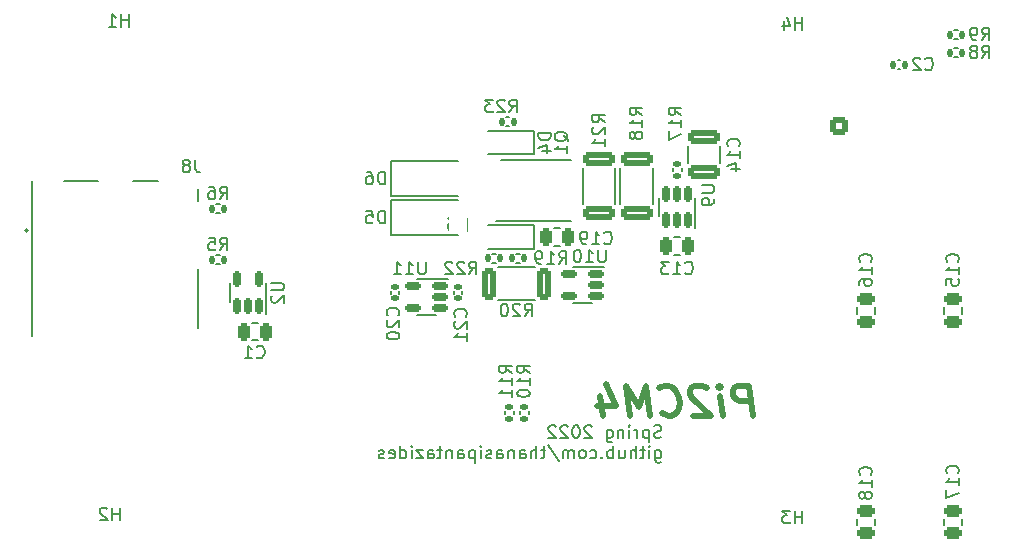
<source format=gbo>
G04 #@! TF.GenerationSoftware,KiCad,Pcbnew,(6.0.2-0)*
G04 #@! TF.CreationDate,2022-04-26T16:32:32-05:00*
G04 #@! TF.ProjectId,Pi2CM4,50693243-4d34-42e6-9b69-6361645f7063,rev?*
G04 #@! TF.SameCoordinates,Original*
G04 #@! TF.FileFunction,Legend,Bot*
G04 #@! TF.FilePolarity,Positive*
%FSLAX46Y46*%
G04 Gerber Fmt 4.6, Leading zero omitted, Abs format (unit mm)*
G04 Created by KiCad (PCBNEW (6.0.2-0)) date 2022-04-26 16:32:32*
%MOMM*%
%LPD*%
G01*
G04 APERTURE LIST*
G04 Aperture macros list*
%AMRoundRect*
0 Rectangle with rounded corners*
0 $1 Rounding radius*
0 $2 $3 $4 $5 $6 $7 $8 $9 X,Y pos of 4 corners*
0 Add a 4 corners polygon primitive as box body*
4,1,4,$2,$3,$4,$5,$6,$7,$8,$9,$2,$3,0*
0 Add four circle primitives for the rounded corners*
1,1,$1+$1,$2,$3*
1,1,$1+$1,$4,$5*
1,1,$1+$1,$6,$7*
1,1,$1+$1,$8,$9*
0 Add four rect primitives between the rounded corners*
20,1,$1+$1,$2,$3,$4,$5,0*
20,1,$1+$1,$4,$5,$6,$7,0*
20,1,$1+$1,$6,$7,$8,$9,0*
20,1,$1+$1,$8,$9,$2,$3,0*%
G04 Aperture macros list end*
%ADD10C,0.177800*%
%ADD11C,0.508000*%
%ADD12RoundRect,0.250000X-0.250000X-0.475000X0.250000X-0.475000X0.250000X0.475000X-0.250000X0.475000X0*%
%ADD13RoundRect,0.250000X-1.075000X0.362500X-1.075000X-0.362500X1.075000X-0.362500X1.075000X0.362500X0*%
%ADD14RoundRect,0.250000X-0.362500X-1.075000X0.362500X-1.075000X0.362500X1.075000X-0.362500X1.075000X0*%
%ADD15RoundRect,0.250000X1.075000X-0.362500X1.075000X0.362500X-1.075000X0.362500X-1.075000X-0.362500X0*%
%ADD16RoundRect,0.150000X0.512500X0.150000X-0.512500X0.150000X-0.512500X-0.150000X0.512500X-0.150000X0*%
%ADD17RoundRect,0.150000X0.150000X-0.512500X0.150000X0.512500X-0.150000X0.512500X-0.150000X-0.512500X0*%
%ADD18O,1.500000X2.550000*%
%ADD19RoundRect,0.140000X-0.170000X0.140000X-0.170000X-0.140000X0.170000X-0.140000X0.170000X0.140000X0*%
%ADD20RoundRect,0.135000X-0.135000X-0.185000X0.135000X-0.185000X0.135000X0.185000X-0.135000X0.185000X0*%
%ADD21C,6.000000*%
%ADD22RoundRect,0.250000X0.475000X-0.250000X0.475000X0.250000X-0.475000X0.250000X-0.475000X-0.250000X0*%
%ADD23R,0.900000X1.200000*%
%ADD24RoundRect,0.135000X0.135000X0.185000X-0.135000X0.185000X-0.135000X-0.185000X0.135000X-0.185000X0*%
%ADD25C,3.200000*%
%ADD26RoundRect,0.250500X0.499500X-0.499500X0.499500X0.499500X-0.499500X0.499500X-0.499500X-0.499500X0*%
%ADD27C,1.500000*%
%ADD28C,2.500000*%
%ADD29C,3.450000*%
%ADD30R,1.700000X1.700000*%
%ADD31O,1.700000X1.700000*%
%ADD32C,6.100000*%
%ADD33RoundRect,0.250000X1.100000X-0.325000X1.100000X0.325000X-1.100000X0.325000X-1.100000X-0.325000X0*%
%ADD34O,1.300000X1.700000*%
%ADD35O,1.000000X1.400000*%
%ADD36RoundRect,0.250000X0.250000X0.475000X-0.250000X0.475000X-0.250000X-0.475000X0.250000X-0.475000X0*%
%ADD37RoundRect,0.135000X0.185000X-0.135000X0.185000X0.135000X-0.185000X0.135000X-0.185000X-0.135000X0*%
%ADD38R,1.500000X2.700000*%
%ADD39RoundRect,0.135000X-0.185000X0.135000X-0.185000X-0.135000X0.185000X-0.135000X0.185000X0.135000X0*%
%ADD40RoundRect,0.140000X-0.140000X-0.170000X0.140000X-0.170000X0.140000X0.170000X-0.140000X0.170000X0*%
%ADD41R,1.270000X0.610000*%
%ADD42R,1.020000X0.610000*%
%ADD43R,3.810000X1.650000*%
%ADD44R,1.100000X0.700000*%
%ADD45R,0.930000X0.900000*%
%ADD46R,0.780000X1.050000*%
%ADD47R,3.330000X0.700000*%
%ADD48R,2.800000X0.860000*%
%ADD49R,1.830000X1.140000*%
G04 APERTURE END LIST*
D10*
X73341230Y-62311026D02*
X73188830Y-62361826D01*
X72934830Y-62361826D01*
X72833230Y-62311026D01*
X72782430Y-62260226D01*
X72731630Y-62158626D01*
X72731630Y-62057026D01*
X72782430Y-61955426D01*
X72833230Y-61904626D01*
X72934830Y-61853826D01*
X73138030Y-61803026D01*
X73239630Y-61752226D01*
X73290430Y-61701426D01*
X73341230Y-61599826D01*
X73341230Y-61498226D01*
X73290430Y-61396626D01*
X73239630Y-61345826D01*
X73138030Y-61295026D01*
X72884030Y-61295026D01*
X72731630Y-61345826D01*
X72274430Y-61650626D02*
X72274430Y-62717426D01*
X72274430Y-61701426D02*
X72172830Y-61650626D01*
X71969630Y-61650626D01*
X71868030Y-61701426D01*
X71817230Y-61752226D01*
X71766430Y-61853826D01*
X71766430Y-62158626D01*
X71817230Y-62260226D01*
X71868030Y-62311026D01*
X71969630Y-62361826D01*
X72172830Y-62361826D01*
X72274430Y-62311026D01*
X71309230Y-62361826D02*
X71309230Y-61650626D01*
X71309230Y-61853826D02*
X71258430Y-61752226D01*
X71207630Y-61701426D01*
X71106030Y-61650626D01*
X71004430Y-61650626D01*
X70648830Y-62361826D02*
X70648830Y-61650626D01*
X70648830Y-61295026D02*
X70699630Y-61345826D01*
X70648830Y-61396626D01*
X70598030Y-61345826D01*
X70648830Y-61295026D01*
X70648830Y-61396626D01*
X70140830Y-61650626D02*
X70140830Y-62361826D01*
X70140830Y-61752226D02*
X70090030Y-61701426D01*
X69988430Y-61650626D01*
X69836030Y-61650626D01*
X69734430Y-61701426D01*
X69683630Y-61803026D01*
X69683630Y-62361826D01*
X68718430Y-61650626D02*
X68718430Y-62514226D01*
X68769230Y-62615826D01*
X68820030Y-62666626D01*
X68921630Y-62717426D01*
X69074030Y-62717426D01*
X69175630Y-62666626D01*
X68718430Y-62311026D02*
X68820030Y-62361826D01*
X69023230Y-62361826D01*
X69124830Y-62311026D01*
X69175630Y-62260226D01*
X69226430Y-62158626D01*
X69226430Y-61853826D01*
X69175630Y-61752226D01*
X69124830Y-61701426D01*
X69023230Y-61650626D01*
X68820030Y-61650626D01*
X68718430Y-61701426D01*
X67448430Y-61396626D02*
X67397630Y-61345826D01*
X67296030Y-61295026D01*
X67042030Y-61295026D01*
X66940430Y-61345826D01*
X66889630Y-61396626D01*
X66838830Y-61498226D01*
X66838830Y-61599826D01*
X66889630Y-61752226D01*
X67499230Y-62361826D01*
X66838830Y-62361826D01*
X66178430Y-61295026D02*
X66076830Y-61295026D01*
X65975230Y-61345826D01*
X65924430Y-61396626D01*
X65873630Y-61498226D01*
X65822830Y-61701426D01*
X65822830Y-61955426D01*
X65873630Y-62158626D01*
X65924430Y-62260226D01*
X65975230Y-62311026D01*
X66076830Y-62361826D01*
X66178430Y-62361826D01*
X66280030Y-62311026D01*
X66330830Y-62260226D01*
X66381630Y-62158626D01*
X66432430Y-61955426D01*
X66432430Y-61701426D01*
X66381630Y-61498226D01*
X66330830Y-61396626D01*
X66280030Y-61345826D01*
X66178430Y-61295026D01*
X65416430Y-61396626D02*
X65365630Y-61345826D01*
X65264030Y-61295026D01*
X65010030Y-61295026D01*
X64908430Y-61345826D01*
X64857630Y-61396626D01*
X64806830Y-61498226D01*
X64806830Y-61599826D01*
X64857630Y-61752226D01*
X65467230Y-62361826D01*
X64806830Y-62361826D01*
X64400430Y-61396626D02*
X64349630Y-61345826D01*
X64248030Y-61295026D01*
X63994030Y-61295026D01*
X63892430Y-61345826D01*
X63841630Y-61396626D01*
X63790830Y-61498226D01*
X63790830Y-61599826D01*
X63841630Y-61752226D01*
X64451230Y-62361826D01*
X63790830Y-62361826D01*
X72833230Y-63368174D02*
X72833230Y-64231774D01*
X72884030Y-64333374D01*
X72934830Y-64384174D01*
X73036430Y-64434974D01*
X73188830Y-64434974D01*
X73290430Y-64384174D01*
X72833230Y-64028574D02*
X72934830Y-64079374D01*
X73138030Y-64079374D01*
X73239630Y-64028574D01*
X73290430Y-63977774D01*
X73341230Y-63876174D01*
X73341230Y-63571374D01*
X73290430Y-63469774D01*
X73239630Y-63418974D01*
X73138030Y-63368174D01*
X72934830Y-63368174D01*
X72833230Y-63418974D01*
X72325230Y-64079374D02*
X72325230Y-63368174D01*
X72325230Y-63012574D02*
X72376030Y-63063374D01*
X72325230Y-63114174D01*
X72274430Y-63063374D01*
X72325230Y-63012574D01*
X72325230Y-63114174D01*
X71969630Y-63368174D02*
X71563230Y-63368174D01*
X71817230Y-63012574D02*
X71817230Y-63926974D01*
X71766430Y-64028574D01*
X71664830Y-64079374D01*
X71563230Y-64079374D01*
X71207630Y-64079374D02*
X71207630Y-63012574D01*
X70750430Y-64079374D02*
X70750430Y-63520574D01*
X70801230Y-63418974D01*
X70902830Y-63368174D01*
X71055230Y-63368174D01*
X71156830Y-63418974D01*
X71207630Y-63469774D01*
X69785230Y-63368174D02*
X69785230Y-64079374D01*
X70242430Y-63368174D02*
X70242430Y-63926974D01*
X70191630Y-64028574D01*
X70090030Y-64079374D01*
X69937630Y-64079374D01*
X69836030Y-64028574D01*
X69785230Y-63977774D01*
X69277230Y-64079374D02*
X69277230Y-63012574D01*
X69277230Y-63418974D02*
X69175630Y-63368174D01*
X68972430Y-63368174D01*
X68870830Y-63418974D01*
X68820030Y-63469774D01*
X68769230Y-63571374D01*
X68769230Y-63876174D01*
X68820030Y-63977774D01*
X68870830Y-64028574D01*
X68972430Y-64079374D01*
X69175630Y-64079374D01*
X69277230Y-64028574D01*
X68312030Y-63977774D02*
X68261230Y-64028574D01*
X68312030Y-64079374D01*
X68362830Y-64028574D01*
X68312030Y-63977774D01*
X68312030Y-64079374D01*
X67346830Y-64028574D02*
X67448430Y-64079374D01*
X67651630Y-64079374D01*
X67753230Y-64028574D01*
X67804030Y-63977774D01*
X67854830Y-63876174D01*
X67854830Y-63571374D01*
X67804030Y-63469774D01*
X67753230Y-63418974D01*
X67651630Y-63368174D01*
X67448430Y-63368174D01*
X67346830Y-63418974D01*
X66737230Y-64079374D02*
X66838830Y-64028574D01*
X66889630Y-63977774D01*
X66940430Y-63876174D01*
X66940430Y-63571374D01*
X66889630Y-63469774D01*
X66838830Y-63418974D01*
X66737230Y-63368174D01*
X66584830Y-63368174D01*
X66483230Y-63418974D01*
X66432430Y-63469774D01*
X66381630Y-63571374D01*
X66381630Y-63876174D01*
X66432430Y-63977774D01*
X66483230Y-64028574D01*
X66584830Y-64079374D01*
X66737230Y-64079374D01*
X65924430Y-64079374D02*
X65924430Y-63368174D01*
X65924430Y-63469774D02*
X65873630Y-63418974D01*
X65772030Y-63368174D01*
X65619630Y-63368174D01*
X65518030Y-63418974D01*
X65467230Y-63520574D01*
X65467230Y-64079374D01*
X65467230Y-63520574D02*
X65416430Y-63418974D01*
X65314830Y-63368174D01*
X65162430Y-63368174D01*
X65060830Y-63418974D01*
X65010030Y-63520574D01*
X65010030Y-64079374D01*
X63740030Y-62961774D02*
X64654430Y-64333374D01*
X63536830Y-63368174D02*
X63130430Y-63368174D01*
X63384430Y-63012574D02*
X63384430Y-63926974D01*
X63333630Y-64028574D01*
X63232030Y-64079374D01*
X63130430Y-64079374D01*
X62774830Y-64079374D02*
X62774830Y-63012574D01*
X62317630Y-64079374D02*
X62317630Y-63520574D01*
X62368430Y-63418974D01*
X62470030Y-63368174D01*
X62622430Y-63368174D01*
X62724030Y-63418974D01*
X62774830Y-63469774D01*
X61352430Y-64079374D02*
X61352430Y-63520574D01*
X61403230Y-63418974D01*
X61504830Y-63368174D01*
X61708030Y-63368174D01*
X61809630Y-63418974D01*
X61352430Y-64028574D02*
X61454030Y-64079374D01*
X61708030Y-64079374D01*
X61809630Y-64028574D01*
X61860430Y-63926974D01*
X61860430Y-63825374D01*
X61809630Y-63723774D01*
X61708030Y-63672974D01*
X61454030Y-63672974D01*
X61352430Y-63622174D01*
X60844430Y-63368174D02*
X60844430Y-64079374D01*
X60844430Y-63469774D02*
X60793630Y-63418974D01*
X60692030Y-63368174D01*
X60539630Y-63368174D01*
X60438030Y-63418974D01*
X60387230Y-63520574D01*
X60387230Y-64079374D01*
X59422030Y-64079374D02*
X59422030Y-63520574D01*
X59472830Y-63418974D01*
X59574430Y-63368174D01*
X59777630Y-63368174D01*
X59879230Y-63418974D01*
X59422030Y-64028574D02*
X59523630Y-64079374D01*
X59777630Y-64079374D01*
X59879230Y-64028574D01*
X59930030Y-63926974D01*
X59930030Y-63825374D01*
X59879230Y-63723774D01*
X59777630Y-63672974D01*
X59523630Y-63672974D01*
X59422030Y-63622174D01*
X58964830Y-64028574D02*
X58863230Y-64079374D01*
X58660030Y-64079374D01*
X58558430Y-64028574D01*
X58507630Y-63926974D01*
X58507630Y-63876174D01*
X58558430Y-63774574D01*
X58660030Y-63723774D01*
X58812430Y-63723774D01*
X58914030Y-63672974D01*
X58964830Y-63571374D01*
X58964830Y-63520574D01*
X58914030Y-63418974D01*
X58812430Y-63368174D01*
X58660030Y-63368174D01*
X58558430Y-63418974D01*
X58050430Y-64079374D02*
X58050430Y-63368174D01*
X58050430Y-63012574D02*
X58101230Y-63063374D01*
X58050430Y-63114174D01*
X57999630Y-63063374D01*
X58050430Y-63012574D01*
X58050430Y-63114174D01*
X57542430Y-63368174D02*
X57542430Y-64434974D01*
X57542430Y-63418974D02*
X57440830Y-63368174D01*
X57237630Y-63368174D01*
X57136030Y-63418974D01*
X57085230Y-63469774D01*
X57034430Y-63571374D01*
X57034430Y-63876174D01*
X57085230Y-63977774D01*
X57136030Y-64028574D01*
X57237630Y-64079374D01*
X57440830Y-64079374D01*
X57542430Y-64028574D01*
X56120030Y-64079374D02*
X56120030Y-63520574D01*
X56170830Y-63418974D01*
X56272430Y-63368174D01*
X56475630Y-63368174D01*
X56577230Y-63418974D01*
X56120030Y-64028574D02*
X56221630Y-64079374D01*
X56475630Y-64079374D01*
X56577230Y-64028574D01*
X56628030Y-63926974D01*
X56628030Y-63825374D01*
X56577230Y-63723774D01*
X56475630Y-63672974D01*
X56221630Y-63672974D01*
X56120030Y-63622174D01*
X55612030Y-63368174D02*
X55612030Y-64079374D01*
X55612030Y-63469774D02*
X55561230Y-63418974D01*
X55459630Y-63368174D01*
X55307230Y-63368174D01*
X55205630Y-63418974D01*
X55154830Y-63520574D01*
X55154830Y-64079374D01*
X54799230Y-63368174D02*
X54392830Y-63368174D01*
X54646830Y-63012574D02*
X54646830Y-63926974D01*
X54596030Y-64028574D01*
X54494430Y-64079374D01*
X54392830Y-64079374D01*
X53580030Y-64079374D02*
X53580030Y-63520574D01*
X53630830Y-63418974D01*
X53732430Y-63368174D01*
X53935630Y-63368174D01*
X54037230Y-63418974D01*
X53580030Y-64028574D02*
X53681630Y-64079374D01*
X53935630Y-64079374D01*
X54037230Y-64028574D01*
X54088030Y-63926974D01*
X54088030Y-63825374D01*
X54037230Y-63723774D01*
X53935630Y-63672974D01*
X53681630Y-63672974D01*
X53580030Y-63622174D01*
X53173630Y-63368174D02*
X52614830Y-63368174D01*
X53173630Y-64079374D01*
X52614830Y-64079374D01*
X52208430Y-64079374D02*
X52208430Y-63368174D01*
X52208430Y-63012574D02*
X52259230Y-63063374D01*
X52208430Y-63114174D01*
X52157630Y-63063374D01*
X52208430Y-63012574D01*
X52208430Y-63114174D01*
X51243230Y-64079374D02*
X51243230Y-63012574D01*
X51243230Y-64028574D02*
X51344830Y-64079374D01*
X51548030Y-64079374D01*
X51649630Y-64028574D01*
X51700430Y-63977774D01*
X51751230Y-63876174D01*
X51751230Y-63571374D01*
X51700430Y-63469774D01*
X51649630Y-63418974D01*
X51548030Y-63368174D01*
X51344830Y-63368174D01*
X51243230Y-63418974D01*
X50328830Y-64028574D02*
X50430430Y-64079374D01*
X50633630Y-64079374D01*
X50735230Y-64028574D01*
X50786030Y-63926974D01*
X50786030Y-63520574D01*
X50735230Y-63418974D01*
X50633630Y-63368174D01*
X50430430Y-63368174D01*
X50328830Y-63418974D01*
X50278030Y-63520574D01*
X50278030Y-63622174D01*
X50786030Y-63723774D01*
X49871630Y-64028574D02*
X49770030Y-64079374D01*
X49566830Y-64079374D01*
X49465230Y-64028574D01*
X49414430Y-63926974D01*
X49414430Y-63876174D01*
X49465230Y-63774574D01*
X49566830Y-63723774D01*
X49719230Y-63723774D01*
X49820830Y-63672974D01*
X49871630Y-63571374D01*
X49871630Y-63520574D01*
X49820830Y-63418974D01*
X49719230Y-63368174D01*
X49566830Y-63368174D01*
X49465230Y-63418974D01*
D11*
X81091919Y-60458047D02*
X80774419Y-57918047D01*
X79806800Y-57918047D01*
X79580014Y-58039000D01*
X79474180Y-58159952D01*
X79383466Y-58401857D01*
X79428823Y-58764714D01*
X79580014Y-59006619D01*
X79716085Y-59127571D01*
X79973109Y-59248523D01*
X80940728Y-59248523D01*
X78551919Y-60458047D02*
X78340252Y-58764714D01*
X78234419Y-57918047D02*
X78370490Y-58039000D01*
X78264657Y-58159952D01*
X78128585Y-58039000D01*
X78234419Y-57918047D01*
X78264657Y-58159952D01*
X77176085Y-58159952D02*
X77040014Y-58039000D01*
X76782990Y-57918047D01*
X76178228Y-57918047D01*
X75951442Y-58039000D01*
X75845609Y-58159952D01*
X75754895Y-58401857D01*
X75785133Y-58643761D01*
X75951442Y-59006619D01*
X77584300Y-60458047D01*
X76011919Y-60458047D01*
X73441680Y-60216142D02*
X73577752Y-60337095D01*
X73955728Y-60458047D01*
X74197633Y-60458047D01*
X74545371Y-60337095D01*
X74757038Y-60095190D01*
X74847752Y-59853285D01*
X74908228Y-59369476D01*
X74862871Y-59006619D01*
X74681442Y-58522809D01*
X74530252Y-58280904D01*
X74258109Y-58039000D01*
X73880133Y-57918047D01*
X73638228Y-57918047D01*
X73290490Y-58039000D01*
X73184657Y-58159952D01*
X72383347Y-60458047D02*
X72065847Y-57918047D01*
X71445966Y-59732333D01*
X70372514Y-57918047D01*
X70690014Y-60458047D01*
X68180252Y-58764714D02*
X68391919Y-60458047D01*
X68664061Y-57797095D02*
X69495609Y-59611380D01*
X67923228Y-59611380D01*
D10*
X68503800Y-45847000D02*
X68554600Y-45897800D01*
X68707000Y-45948600D01*
X68808600Y-45948600D01*
X68961000Y-45897800D01*
X69062600Y-45796200D01*
X69113400Y-45694600D01*
X69164200Y-45491400D01*
X69164200Y-45339000D01*
X69113400Y-45135800D01*
X69062600Y-45034200D01*
X68961000Y-44932600D01*
X68808600Y-44881800D01*
X68707000Y-44881800D01*
X68554600Y-44932600D01*
X68503800Y-44983400D01*
X67487800Y-45948600D02*
X68097400Y-45948600D01*
X67792600Y-45948600D02*
X67792600Y-44881800D01*
X67894200Y-45034200D01*
X67995800Y-45135800D01*
X68097400Y-45186600D01*
X66979800Y-45948600D02*
X66776600Y-45948600D01*
X66675000Y-45897800D01*
X66624200Y-45847000D01*
X66522600Y-45694600D01*
X66471800Y-45491400D01*
X66471800Y-45085000D01*
X66522600Y-44983400D01*
X66573400Y-44932600D01*
X66675000Y-44881800D01*
X66878200Y-44881800D01*
X66979800Y-44932600D01*
X67030600Y-44983400D01*
X67081400Y-45085000D01*
X67081400Y-45339000D01*
X67030600Y-45440600D01*
X66979800Y-45491400D01*
X66878200Y-45542200D01*
X66675000Y-45542200D01*
X66573400Y-45491400D01*
X66522600Y-45440600D01*
X66471800Y-45339000D01*
X68554600Y-35636200D02*
X68046600Y-35280600D01*
X68554600Y-35026600D02*
X67487800Y-35026600D01*
X67487800Y-35433000D01*
X67538600Y-35534600D01*
X67589400Y-35585400D01*
X67691000Y-35636200D01*
X67843400Y-35636200D01*
X67945000Y-35585400D01*
X67995800Y-35534600D01*
X68046600Y-35433000D01*
X68046600Y-35026600D01*
X67589400Y-36042600D02*
X67538600Y-36093400D01*
X67487800Y-36195000D01*
X67487800Y-36449000D01*
X67538600Y-36550600D01*
X67589400Y-36601400D01*
X67691000Y-36652200D01*
X67792600Y-36652200D01*
X67945000Y-36601400D01*
X68554600Y-35991800D01*
X68554600Y-36652200D01*
X68554600Y-37668200D02*
X68554600Y-37058600D01*
X68554600Y-37363400D02*
X67487800Y-37363400D01*
X67640200Y-37261800D01*
X67741800Y-37160200D01*
X67792600Y-37058600D01*
X61772800Y-52038600D02*
X62128400Y-51530600D01*
X62382400Y-52038600D02*
X62382400Y-50971800D01*
X61976000Y-50971800D01*
X61874400Y-51022600D01*
X61823600Y-51073400D01*
X61772800Y-51175000D01*
X61772800Y-51327400D01*
X61823600Y-51429000D01*
X61874400Y-51479800D01*
X61976000Y-51530600D01*
X62382400Y-51530600D01*
X61366400Y-51073400D02*
X61315600Y-51022600D01*
X61214000Y-50971800D01*
X60960000Y-50971800D01*
X60858400Y-51022600D01*
X60807600Y-51073400D01*
X60756800Y-51175000D01*
X60756800Y-51276600D01*
X60807600Y-51429000D01*
X61417200Y-52038600D01*
X60756800Y-52038600D01*
X60096400Y-50971800D02*
X59994800Y-50971800D01*
X59893200Y-51022600D01*
X59842400Y-51073400D01*
X59791600Y-51175000D01*
X59740800Y-51378200D01*
X59740800Y-51632200D01*
X59791600Y-51835400D01*
X59842400Y-51937000D01*
X59893200Y-51987800D01*
X59994800Y-52038600D01*
X60096400Y-52038600D01*
X60198000Y-51987800D01*
X60248800Y-51937000D01*
X60299600Y-51835400D01*
X60350400Y-51632200D01*
X60350400Y-51378200D01*
X60299600Y-51175000D01*
X60248800Y-51073400D01*
X60198000Y-51022600D01*
X60096400Y-50971800D01*
X71729600Y-35001200D02*
X71221600Y-34645600D01*
X71729600Y-34391600D02*
X70662800Y-34391600D01*
X70662800Y-34798000D01*
X70713600Y-34899600D01*
X70764400Y-34950400D01*
X70866000Y-35001200D01*
X71018400Y-35001200D01*
X71120000Y-34950400D01*
X71170800Y-34899600D01*
X71221600Y-34798000D01*
X71221600Y-34391600D01*
X71729600Y-36017200D02*
X71729600Y-35407600D01*
X71729600Y-35712400D02*
X70662800Y-35712400D01*
X70815200Y-35610800D01*
X70916800Y-35509200D01*
X70967600Y-35407600D01*
X71120000Y-36626800D02*
X71069200Y-36525200D01*
X71018400Y-36474400D01*
X70916800Y-36423600D01*
X70866000Y-36423600D01*
X70764400Y-36474400D01*
X70713600Y-36525200D01*
X70662800Y-36626800D01*
X70662800Y-36830000D01*
X70713600Y-36931600D01*
X70764400Y-36982400D01*
X70866000Y-37033200D01*
X70916800Y-37033200D01*
X71018400Y-36982400D01*
X71069200Y-36931600D01*
X71120000Y-36830000D01*
X71120000Y-36626800D01*
X71170800Y-36525200D01*
X71221600Y-36474400D01*
X71323200Y-36423600D01*
X71526400Y-36423600D01*
X71628000Y-36474400D01*
X71678800Y-36525200D01*
X71729600Y-36626800D01*
X71729600Y-36830000D01*
X71678800Y-36931600D01*
X71628000Y-36982400D01*
X71526400Y-37033200D01*
X71323200Y-37033200D01*
X71221600Y-36982400D01*
X71170800Y-36931600D01*
X71120000Y-36830000D01*
X68630800Y-46405800D02*
X68630800Y-47269400D01*
X68580000Y-47371000D01*
X68529200Y-47421800D01*
X68427600Y-47472600D01*
X68224400Y-47472600D01*
X68122800Y-47421800D01*
X68072000Y-47371000D01*
X68021200Y-47269400D01*
X68021200Y-46405800D01*
X66954400Y-47472600D02*
X67564000Y-47472600D01*
X67259200Y-47472600D02*
X67259200Y-46405800D01*
X67360800Y-46558200D01*
X67462400Y-46659800D01*
X67564000Y-46710600D01*
X66294000Y-46405800D02*
X66192400Y-46405800D01*
X66090800Y-46456600D01*
X66040000Y-46507400D01*
X65989200Y-46609000D01*
X65938400Y-46812200D01*
X65938400Y-47066200D01*
X65989200Y-47269400D01*
X66040000Y-47371000D01*
X66090800Y-47421800D01*
X66192400Y-47472600D01*
X66294000Y-47472600D01*
X66395600Y-47421800D01*
X66446400Y-47371000D01*
X66497200Y-47269400D01*
X66548000Y-47066200D01*
X66548000Y-46812200D01*
X66497200Y-46609000D01*
X66446400Y-46507400D01*
X66395600Y-46456600D01*
X66294000Y-46405800D01*
X40309800Y-49225200D02*
X41173400Y-49225200D01*
X41275000Y-49276000D01*
X41325800Y-49326800D01*
X41376600Y-49428400D01*
X41376600Y-49631600D01*
X41325800Y-49733200D01*
X41275000Y-49784000D01*
X41173400Y-49834800D01*
X40309800Y-49834800D01*
X40411400Y-50292000D02*
X40360600Y-50342800D01*
X40309800Y-50444400D01*
X40309800Y-50698400D01*
X40360600Y-50800000D01*
X40411400Y-50850800D01*
X40513000Y-50901600D01*
X40614600Y-50901600D01*
X40767000Y-50850800D01*
X41376600Y-50241200D01*
X41376600Y-50901600D01*
X51054000Y-51968700D02*
X51104800Y-51917900D01*
X51155600Y-51765500D01*
X51155600Y-51663900D01*
X51104800Y-51511500D01*
X51003200Y-51409900D01*
X50901600Y-51359100D01*
X50698400Y-51308300D01*
X50546000Y-51308300D01*
X50342800Y-51359100D01*
X50241200Y-51409900D01*
X50139600Y-51511500D01*
X50088800Y-51663900D01*
X50088800Y-51765500D01*
X50139600Y-51917900D01*
X50190400Y-51968700D01*
X50190400Y-52375100D02*
X50139600Y-52425900D01*
X50088800Y-52527500D01*
X50088800Y-52781500D01*
X50139600Y-52883100D01*
X50190400Y-52933900D01*
X50292000Y-52984700D01*
X50393600Y-52984700D01*
X50546000Y-52933900D01*
X51155600Y-52324300D01*
X51155600Y-52984700D01*
X50088800Y-53645100D02*
X50088800Y-53746700D01*
X50139600Y-53848300D01*
X50190400Y-53899100D01*
X50292000Y-53949900D01*
X50495200Y-54000700D01*
X50749200Y-54000700D01*
X50952400Y-53949900D01*
X51054000Y-53899100D01*
X51104800Y-53848300D01*
X51155600Y-53746700D01*
X51155600Y-53645100D01*
X51104800Y-53543500D01*
X51054000Y-53492700D01*
X50952400Y-53441900D01*
X50749200Y-53391100D01*
X50495200Y-53391100D01*
X50292000Y-53441900D01*
X50190400Y-53492700D01*
X50139600Y-53543500D01*
X50088800Y-53645100D01*
X64693800Y-47599600D02*
X65049400Y-47091600D01*
X65303400Y-47599600D02*
X65303400Y-46532800D01*
X64897000Y-46532800D01*
X64795400Y-46583600D01*
X64744600Y-46634400D01*
X64693800Y-46736000D01*
X64693800Y-46888400D01*
X64744600Y-46990000D01*
X64795400Y-47040800D01*
X64897000Y-47091600D01*
X65303400Y-47091600D01*
X63677800Y-47599600D02*
X64287400Y-47599600D01*
X63982600Y-47599600D02*
X63982600Y-46532800D01*
X64084200Y-46685200D01*
X64185800Y-46786800D01*
X64287400Y-46837600D01*
X63169800Y-47599600D02*
X62966600Y-47599600D01*
X62865000Y-47548800D01*
X62814200Y-47498000D01*
X62712600Y-47345600D01*
X62661800Y-47142400D01*
X62661800Y-46736000D01*
X62712600Y-46634400D01*
X62763400Y-46583600D01*
X62865000Y-46532800D01*
X63068200Y-46532800D01*
X63169800Y-46583600D01*
X63220600Y-46634400D01*
X63271400Y-46736000D01*
X63271400Y-46990000D01*
X63220600Y-47091600D01*
X63169800Y-47142400D01*
X63068200Y-47193200D01*
X62865000Y-47193200D01*
X62763400Y-47142400D01*
X62712600Y-47091600D01*
X62661800Y-46990000D01*
X85267800Y-27787600D02*
X85267800Y-26720800D01*
X85267800Y-27228800D02*
X84658200Y-27228800D01*
X84658200Y-27787600D02*
X84658200Y-26720800D01*
X83693000Y-27076400D02*
X83693000Y-27787600D01*
X83947000Y-26670000D02*
X84201000Y-27432000D01*
X83540600Y-27432000D01*
X91059000Y-65472730D02*
X91109800Y-65421930D01*
X91160600Y-65269530D01*
X91160600Y-65167930D01*
X91109800Y-65015530D01*
X91008200Y-64913930D01*
X90906600Y-64863130D01*
X90703400Y-64812330D01*
X90551000Y-64812330D01*
X90347800Y-64863130D01*
X90246200Y-64913930D01*
X90144600Y-65015530D01*
X90093800Y-65167930D01*
X90093800Y-65269530D01*
X90144600Y-65421930D01*
X90195400Y-65472730D01*
X91160600Y-66488730D02*
X91160600Y-65879130D01*
X91160600Y-66183930D02*
X90093800Y-66183930D01*
X90246200Y-66082330D01*
X90347800Y-65980730D01*
X90398600Y-65879130D01*
X90551000Y-67098330D02*
X90500200Y-66996730D01*
X90449400Y-66945930D01*
X90347800Y-66895130D01*
X90297000Y-66895130D01*
X90195400Y-66945930D01*
X90144600Y-66996730D01*
X90093800Y-67098330D01*
X90093800Y-67301530D01*
X90144600Y-67403130D01*
X90195400Y-67453930D01*
X90297000Y-67504730D01*
X90347800Y-67504730D01*
X90449400Y-67453930D01*
X90500200Y-67403130D01*
X90551000Y-67301530D01*
X90551000Y-67098330D01*
X90601800Y-66996730D01*
X90652600Y-66945930D01*
X90754200Y-66895130D01*
X90957400Y-66895130D01*
X91059000Y-66945930D01*
X91109800Y-66996730D01*
X91160600Y-67098330D01*
X91160600Y-67301530D01*
X91109800Y-67403130D01*
X91059000Y-67453930D01*
X90957400Y-67504730D01*
X90754200Y-67504730D01*
X90652600Y-67453930D01*
X90601800Y-67403130D01*
X90551000Y-67301530D01*
X63982600Y-36550600D02*
X62915800Y-36550600D01*
X62915800Y-36804600D01*
X62966600Y-36957000D01*
X63068200Y-37058600D01*
X63169800Y-37109400D01*
X63373000Y-37160200D01*
X63525400Y-37160200D01*
X63728600Y-37109400D01*
X63830200Y-37058600D01*
X63931800Y-36957000D01*
X63982600Y-36804600D01*
X63982600Y-36550600D01*
X63271400Y-38074600D02*
X63982600Y-38074600D01*
X62865000Y-37820600D02*
X63627000Y-37566600D01*
X63627000Y-38227000D01*
X60488830Y-34772600D02*
X60844430Y-34264600D01*
X61098430Y-34772600D02*
X61098430Y-33705800D01*
X60692030Y-33705800D01*
X60590430Y-33756600D01*
X60539630Y-33807400D01*
X60488830Y-33909000D01*
X60488830Y-34061400D01*
X60539630Y-34163000D01*
X60590430Y-34213800D01*
X60692030Y-34264600D01*
X61098430Y-34264600D01*
X60082430Y-33807400D02*
X60031630Y-33756600D01*
X59930030Y-33705800D01*
X59676030Y-33705800D01*
X59574430Y-33756600D01*
X59523630Y-33807400D01*
X59472830Y-33909000D01*
X59472830Y-34010600D01*
X59523630Y-34163000D01*
X60133230Y-34772600D01*
X59472830Y-34772600D01*
X59117230Y-33705800D02*
X58456830Y-33705800D01*
X58812430Y-34112200D01*
X58660030Y-34112200D01*
X58558430Y-34163000D01*
X58507630Y-34213800D01*
X58456830Y-34315400D01*
X58456830Y-34569400D01*
X58507630Y-34671000D01*
X58558430Y-34721800D01*
X58660030Y-34772600D01*
X58964830Y-34772600D01*
X59066430Y-34721800D01*
X59117230Y-34671000D01*
X98425000Y-47438730D02*
X98475800Y-47387930D01*
X98526600Y-47235530D01*
X98526600Y-47133930D01*
X98475800Y-46981530D01*
X98374200Y-46879930D01*
X98272600Y-46829130D01*
X98069400Y-46778330D01*
X97917000Y-46778330D01*
X97713800Y-46829130D01*
X97612200Y-46879930D01*
X97510600Y-46981530D01*
X97459800Y-47133930D01*
X97459800Y-47235530D01*
X97510600Y-47387930D01*
X97561400Y-47438730D01*
X98526600Y-48454730D02*
X98526600Y-47845130D01*
X98526600Y-48149930D02*
X97459800Y-48149930D01*
X97612200Y-48048330D01*
X97713800Y-47946730D01*
X97764600Y-47845130D01*
X97459800Y-49419930D02*
X97459800Y-48911930D01*
X97967800Y-48861130D01*
X97917000Y-48911930D01*
X97866200Y-49013530D01*
X97866200Y-49267530D01*
X97917000Y-49369130D01*
X97967800Y-49419930D01*
X98069400Y-49470730D01*
X98323400Y-49470730D01*
X98425000Y-49419930D01*
X98475800Y-49369130D01*
X98526600Y-49267530D01*
X98526600Y-49013530D01*
X98475800Y-48911930D01*
X98425000Y-48861130D01*
X85267800Y-69570600D02*
X85267800Y-68503800D01*
X85267800Y-69011800D02*
X84658200Y-69011800D01*
X84658200Y-69570600D02*
X84658200Y-68503800D01*
X84251800Y-68503800D02*
X83591400Y-68503800D01*
X83947000Y-68910200D01*
X83794600Y-68910200D01*
X83693000Y-68961000D01*
X83642200Y-69011800D01*
X83591400Y-69113400D01*
X83591400Y-69367400D01*
X83642200Y-69469000D01*
X83693000Y-69519800D01*
X83794600Y-69570600D01*
X84099400Y-69570600D01*
X84201000Y-69519800D01*
X84251800Y-69469000D01*
X27482800Y-69316600D02*
X27482800Y-68249800D01*
X27482800Y-68757800D02*
X26873200Y-68757800D01*
X26873200Y-69316600D02*
X26873200Y-68249800D01*
X26416000Y-68351400D02*
X26365200Y-68300600D01*
X26263600Y-68249800D01*
X26009600Y-68249800D01*
X25908000Y-68300600D01*
X25857200Y-68351400D01*
X25806400Y-68453000D01*
X25806400Y-68554600D01*
X25857200Y-68707000D01*
X26466800Y-69316600D01*
X25806400Y-69316600D01*
X56769000Y-52067700D02*
X56819800Y-52016900D01*
X56870600Y-51864500D01*
X56870600Y-51762900D01*
X56819800Y-51610500D01*
X56718200Y-51508900D01*
X56616600Y-51458100D01*
X56413400Y-51407300D01*
X56261000Y-51407300D01*
X56057800Y-51458100D01*
X55956200Y-51508900D01*
X55854600Y-51610500D01*
X55803800Y-51762900D01*
X55803800Y-51864500D01*
X55854600Y-52016900D01*
X55905400Y-52067700D01*
X55905400Y-52474100D02*
X55854600Y-52524900D01*
X55803800Y-52626500D01*
X55803800Y-52880500D01*
X55854600Y-52982100D01*
X55905400Y-53032900D01*
X56007000Y-53083700D01*
X56108600Y-53083700D01*
X56261000Y-53032900D01*
X56870600Y-52423300D01*
X56870600Y-53083700D01*
X56870600Y-54099700D02*
X56870600Y-53490100D01*
X56870600Y-53794900D02*
X55803800Y-53794900D01*
X55956200Y-53693300D01*
X56057800Y-53591700D01*
X56108600Y-53490100D01*
X91059000Y-47438730D02*
X91109800Y-47387930D01*
X91160600Y-47235530D01*
X91160600Y-47133930D01*
X91109800Y-46981530D01*
X91008200Y-46879930D01*
X90906600Y-46829130D01*
X90703400Y-46778330D01*
X90551000Y-46778330D01*
X90347800Y-46829130D01*
X90246200Y-46879930D01*
X90144600Y-46981530D01*
X90093800Y-47133930D01*
X90093800Y-47235530D01*
X90144600Y-47387930D01*
X90195400Y-47438730D01*
X91160600Y-48454730D02*
X91160600Y-47845130D01*
X91160600Y-48149930D02*
X90093800Y-48149930D01*
X90246200Y-48048330D01*
X90347800Y-47946730D01*
X90398600Y-47845130D01*
X90093800Y-49369130D02*
X90093800Y-49165930D01*
X90144600Y-49064330D01*
X90195400Y-49013530D01*
X90347800Y-48911930D01*
X90551000Y-48861130D01*
X90957400Y-48861130D01*
X91059000Y-48911930D01*
X91109800Y-48962730D01*
X91160600Y-49064330D01*
X91160600Y-49267530D01*
X91109800Y-49369130D01*
X91059000Y-49419930D01*
X90957400Y-49470730D01*
X90703400Y-49470730D01*
X90601800Y-49419930D01*
X90551000Y-49369130D01*
X90500200Y-49267530D01*
X90500200Y-49064330D01*
X90551000Y-48962730D01*
X90601800Y-48911930D01*
X90703400Y-48861130D01*
X79883000Y-37668200D02*
X79933800Y-37617400D01*
X79984600Y-37465000D01*
X79984600Y-37363400D01*
X79933800Y-37211000D01*
X79832200Y-37109400D01*
X79730600Y-37058600D01*
X79527400Y-37007800D01*
X79375000Y-37007800D01*
X79171800Y-37058600D01*
X79070200Y-37109400D01*
X78968600Y-37211000D01*
X78917800Y-37363400D01*
X78917800Y-37465000D01*
X78968600Y-37617400D01*
X79019400Y-37668200D01*
X79984600Y-38684200D02*
X79984600Y-38074600D01*
X79984600Y-38379400D02*
X78917800Y-38379400D01*
X79070200Y-38277800D01*
X79171800Y-38176200D01*
X79222600Y-38074600D01*
X79273400Y-39598600D02*
X79984600Y-39598600D01*
X78867000Y-39344600D02*
X79629000Y-39090600D01*
X79629000Y-39751000D01*
X98425000Y-65345730D02*
X98475800Y-65294930D01*
X98526600Y-65142530D01*
X98526600Y-65040930D01*
X98475800Y-64888530D01*
X98374200Y-64786930D01*
X98272600Y-64736130D01*
X98069400Y-64685330D01*
X97917000Y-64685330D01*
X97713800Y-64736130D01*
X97612200Y-64786930D01*
X97510600Y-64888530D01*
X97459800Y-65040930D01*
X97459800Y-65142530D01*
X97510600Y-65294930D01*
X97561400Y-65345730D01*
X98526600Y-66361730D02*
X98526600Y-65752130D01*
X98526600Y-66056930D02*
X97459800Y-66056930D01*
X97612200Y-65955330D01*
X97713800Y-65853730D01*
X97764600Y-65752130D01*
X97459800Y-66717330D02*
X97459800Y-67428530D01*
X98526600Y-66971330D01*
X28244800Y-27533600D02*
X28244800Y-26466800D01*
X28244800Y-26974800D02*
X27635200Y-26974800D01*
X27635200Y-27533600D02*
X27635200Y-26466800D01*
X26568400Y-27533600D02*
X27178000Y-27533600D01*
X26873200Y-27533600D02*
X26873200Y-26466800D01*
X26974800Y-26619200D01*
X27076400Y-26720800D01*
X27178000Y-26771600D01*
X57073800Y-48488600D02*
X57429400Y-47980600D01*
X57683400Y-48488600D02*
X57683400Y-47421800D01*
X57277000Y-47421800D01*
X57175400Y-47472600D01*
X57124600Y-47523400D01*
X57073800Y-47625000D01*
X57073800Y-47777400D01*
X57124600Y-47879000D01*
X57175400Y-47929800D01*
X57277000Y-47980600D01*
X57683400Y-47980600D01*
X56667400Y-47523400D02*
X56616600Y-47472600D01*
X56515000Y-47421800D01*
X56261000Y-47421800D01*
X56159400Y-47472600D01*
X56108600Y-47523400D01*
X56057800Y-47625000D01*
X56057800Y-47726600D01*
X56108600Y-47879000D01*
X56718200Y-48488600D01*
X56057800Y-48488600D01*
X55651400Y-47523400D02*
X55600600Y-47472600D01*
X55499000Y-47421800D01*
X55245000Y-47421800D01*
X55143400Y-47472600D01*
X55092600Y-47523400D01*
X55041800Y-47625000D01*
X55041800Y-47726600D01*
X55092600Y-47879000D01*
X55702200Y-48488600D01*
X55041800Y-48488600D01*
X56935400Y-44792600D02*
X56935400Y-43725800D01*
X56681400Y-43725800D01*
X56529000Y-43776600D01*
X56427400Y-43878200D01*
X56376600Y-43979800D01*
X56325800Y-44183000D01*
X56325800Y-44335400D01*
X56376600Y-44538600D01*
X56427400Y-44640200D01*
X56529000Y-44741800D01*
X56681400Y-44792600D01*
X56935400Y-44792600D01*
X55970200Y-43725800D02*
X55309800Y-43725800D01*
X55665400Y-44132200D01*
X55513000Y-44132200D01*
X55411400Y-44183000D01*
X55360600Y-44233800D01*
X55309800Y-44335400D01*
X55309800Y-44589400D01*
X55360600Y-44691000D01*
X55411400Y-44741800D01*
X55513000Y-44792600D01*
X55817800Y-44792600D01*
X55919400Y-44741800D01*
X55970200Y-44691000D01*
X75361800Y-48387000D02*
X75412600Y-48437800D01*
X75565000Y-48488600D01*
X75666600Y-48488600D01*
X75819000Y-48437800D01*
X75920600Y-48336200D01*
X75971400Y-48234600D01*
X76022200Y-48031400D01*
X76022200Y-47879000D01*
X75971400Y-47675800D01*
X75920600Y-47574200D01*
X75819000Y-47472600D01*
X75666600Y-47421800D01*
X75565000Y-47421800D01*
X75412600Y-47472600D01*
X75361800Y-47523400D01*
X74345800Y-48488600D02*
X74955400Y-48488600D01*
X74650600Y-48488600D02*
X74650600Y-47421800D01*
X74752200Y-47574200D01*
X74853800Y-47675800D01*
X74955400Y-47726600D01*
X73990200Y-47421800D02*
X73329800Y-47421800D01*
X73685400Y-47828200D01*
X73533000Y-47828200D01*
X73431400Y-47879000D01*
X73380600Y-47929800D01*
X73329800Y-48031400D01*
X73329800Y-48285400D01*
X73380600Y-48387000D01*
X73431400Y-48437800D01*
X73533000Y-48488600D01*
X73837800Y-48488600D01*
X73939400Y-48437800D01*
X73990200Y-48387000D01*
X76758800Y-40970200D02*
X77622400Y-40970200D01*
X77724000Y-41021000D01*
X77774800Y-41071800D01*
X77825600Y-41173400D01*
X77825600Y-41376600D01*
X77774800Y-41478200D01*
X77724000Y-41529000D01*
X77622400Y-41579800D01*
X76758800Y-41579800D01*
X77825600Y-42138600D02*
X77825600Y-42341800D01*
X77774800Y-42443400D01*
X77724000Y-42494200D01*
X77571600Y-42595800D01*
X77368400Y-42646600D01*
X76962000Y-42646600D01*
X76860400Y-42595800D01*
X76809600Y-42545000D01*
X76758800Y-42443400D01*
X76758800Y-42240200D01*
X76809600Y-42138600D01*
X76860400Y-42087800D01*
X76962000Y-42037000D01*
X77216000Y-42037000D01*
X77317600Y-42087800D01*
X77368400Y-42138600D01*
X77419200Y-42240200D01*
X77419200Y-42443400D01*
X77368400Y-42545000D01*
X77317600Y-42595800D01*
X77216000Y-42646600D01*
X75031600Y-35001200D02*
X74523600Y-34645600D01*
X75031600Y-34391600D02*
X73964800Y-34391600D01*
X73964800Y-34798000D01*
X74015600Y-34899600D01*
X74066400Y-34950400D01*
X74168000Y-35001200D01*
X74320400Y-35001200D01*
X74422000Y-34950400D01*
X74472800Y-34899600D01*
X74523600Y-34798000D01*
X74523600Y-34391600D01*
X75031600Y-36017200D02*
X75031600Y-35407600D01*
X75031600Y-35712400D02*
X73964800Y-35712400D01*
X74117200Y-35610800D01*
X74218800Y-35509200D01*
X74269600Y-35407600D01*
X73964800Y-36372800D02*
X73964800Y-37084000D01*
X75031600Y-36626800D01*
X53390800Y-47434800D02*
X53390800Y-48298400D01*
X53340000Y-48400000D01*
X53289200Y-48450800D01*
X53187600Y-48501600D01*
X52984400Y-48501600D01*
X52882800Y-48450800D01*
X52832000Y-48400000D01*
X52781200Y-48298400D01*
X52781200Y-47434800D01*
X51714400Y-48501600D02*
X52324000Y-48501600D01*
X52019200Y-48501600D02*
X52019200Y-47434800D01*
X52120800Y-47587200D01*
X52222400Y-47688800D01*
X52324000Y-47739600D01*
X50698400Y-48501600D02*
X51308000Y-48501600D01*
X51003200Y-48501600D02*
X51003200Y-47434800D01*
X51104800Y-47587200D01*
X51206400Y-47688800D01*
X51308000Y-47739600D01*
X100507800Y-30200600D02*
X100863400Y-29692600D01*
X101117400Y-30200600D02*
X101117400Y-29133800D01*
X100711000Y-29133800D01*
X100609400Y-29184600D01*
X100558600Y-29235400D01*
X100507800Y-29337000D01*
X100507800Y-29489400D01*
X100558600Y-29591000D01*
X100609400Y-29641800D01*
X100711000Y-29692600D01*
X101117400Y-29692600D01*
X99898200Y-29591000D02*
X99999800Y-29540200D01*
X100050600Y-29489400D01*
X100101400Y-29387800D01*
X100101400Y-29337000D01*
X100050600Y-29235400D01*
X99999800Y-29184600D01*
X99898200Y-29133800D01*
X99695000Y-29133800D01*
X99593400Y-29184600D01*
X99542600Y-29235400D01*
X99491800Y-29337000D01*
X99491800Y-29387800D01*
X99542600Y-29489400D01*
X99593400Y-29540200D01*
X99695000Y-29591000D01*
X99898200Y-29591000D01*
X99999800Y-29641800D01*
X100050600Y-29692600D01*
X100101400Y-29794200D01*
X100101400Y-29997400D01*
X100050600Y-30099000D01*
X99999800Y-30149800D01*
X99898200Y-30200600D01*
X99695000Y-30200600D01*
X99593400Y-30149800D01*
X99542600Y-30099000D01*
X99491800Y-29997400D01*
X99491800Y-29794200D01*
X99542600Y-29692600D01*
X99593400Y-29641800D01*
X99695000Y-29591000D01*
X49936400Y-40868600D02*
X49936400Y-39801800D01*
X49682400Y-39801800D01*
X49530000Y-39852600D01*
X49428400Y-39954200D01*
X49377600Y-40055800D01*
X49326800Y-40259000D01*
X49326800Y-40411400D01*
X49377600Y-40614600D01*
X49428400Y-40716200D01*
X49530000Y-40817800D01*
X49682400Y-40868600D01*
X49936400Y-40868600D01*
X48412400Y-39801800D02*
X48615600Y-39801800D01*
X48717200Y-39852600D01*
X48768000Y-39903400D01*
X48869600Y-40055800D01*
X48920400Y-40259000D01*
X48920400Y-40665400D01*
X48869600Y-40767000D01*
X48818800Y-40817800D01*
X48717200Y-40868600D01*
X48514000Y-40868600D01*
X48412400Y-40817800D01*
X48361600Y-40767000D01*
X48310800Y-40665400D01*
X48310800Y-40411400D01*
X48361600Y-40309800D01*
X48412400Y-40259000D01*
X48514000Y-40208200D01*
X48717200Y-40208200D01*
X48818800Y-40259000D01*
X48869600Y-40309800D01*
X48920400Y-40411400D01*
X60680600Y-56845200D02*
X60172600Y-56489600D01*
X60680600Y-56235600D02*
X59613800Y-56235600D01*
X59613800Y-56642000D01*
X59664600Y-56743600D01*
X59715400Y-56794400D01*
X59817000Y-56845200D01*
X59969400Y-56845200D01*
X60071000Y-56794400D01*
X60121800Y-56743600D01*
X60172600Y-56642000D01*
X60172600Y-56235600D01*
X60680600Y-57861200D02*
X60680600Y-57251600D01*
X60680600Y-57556400D02*
X59613800Y-57556400D01*
X59766200Y-57454800D01*
X59867800Y-57353200D01*
X59918600Y-57251600D01*
X60680600Y-58877200D02*
X60680600Y-58267600D01*
X60680600Y-58572400D02*
X59613800Y-58572400D01*
X59766200Y-58470800D01*
X59867800Y-58369200D01*
X59918600Y-58267600D01*
X35991800Y-46456600D02*
X36347400Y-45948600D01*
X36601400Y-46456600D02*
X36601400Y-45389800D01*
X36195000Y-45389800D01*
X36093400Y-45440600D01*
X36042600Y-45491400D01*
X35991800Y-45593000D01*
X35991800Y-45745400D01*
X36042600Y-45847000D01*
X36093400Y-45897800D01*
X36195000Y-45948600D01*
X36601400Y-45948600D01*
X35026600Y-45389800D02*
X35534600Y-45389800D01*
X35585400Y-45897800D01*
X35534600Y-45847000D01*
X35433000Y-45796200D01*
X35179000Y-45796200D01*
X35077400Y-45847000D01*
X35026600Y-45897800D01*
X34975800Y-45999400D01*
X34975800Y-46253400D01*
X35026600Y-46355000D01*
X35077400Y-46405800D01*
X35179000Y-46456600D01*
X35433000Y-46456600D01*
X35534600Y-46405800D01*
X35585400Y-46355000D01*
X39105800Y-55499000D02*
X39156600Y-55549800D01*
X39309000Y-55600600D01*
X39410600Y-55600600D01*
X39563000Y-55549800D01*
X39664600Y-55448200D01*
X39715400Y-55346600D01*
X39766200Y-55143400D01*
X39766200Y-54991000D01*
X39715400Y-54787800D01*
X39664600Y-54686200D01*
X39563000Y-54584600D01*
X39410600Y-54533800D01*
X39309000Y-54533800D01*
X39156600Y-54584600D01*
X39105800Y-54635400D01*
X38089800Y-55600600D02*
X38699400Y-55600600D01*
X38394600Y-55600600D02*
X38394600Y-54533800D01*
X38496200Y-54686200D01*
X38597800Y-54787800D01*
X38699400Y-54838600D01*
X49936400Y-44170600D02*
X49936400Y-43103800D01*
X49682400Y-43103800D01*
X49530000Y-43154600D01*
X49428400Y-43256200D01*
X49377600Y-43357800D01*
X49326800Y-43561000D01*
X49326800Y-43713400D01*
X49377600Y-43916600D01*
X49428400Y-44018200D01*
X49530000Y-44119800D01*
X49682400Y-44170600D01*
X49936400Y-44170600D01*
X48361600Y-43103800D02*
X48869600Y-43103800D01*
X48920400Y-43611800D01*
X48869600Y-43561000D01*
X48768000Y-43510200D01*
X48514000Y-43510200D01*
X48412400Y-43561000D01*
X48361600Y-43611800D01*
X48310800Y-43713400D01*
X48310800Y-43967400D01*
X48361600Y-44069000D01*
X48412400Y-44119800D01*
X48514000Y-44170600D01*
X48768000Y-44170600D01*
X48869600Y-44119800D01*
X48920400Y-44069000D01*
X95681800Y-31115000D02*
X95732600Y-31165800D01*
X95885000Y-31216600D01*
X95986600Y-31216600D01*
X96139000Y-31165800D01*
X96240600Y-31064200D01*
X96291400Y-30962600D01*
X96342200Y-30759400D01*
X96342200Y-30607000D01*
X96291400Y-30403800D01*
X96240600Y-30302200D01*
X96139000Y-30200600D01*
X95986600Y-30149800D01*
X95885000Y-30149800D01*
X95732600Y-30200600D01*
X95681800Y-30251400D01*
X95275400Y-30251400D02*
X95224600Y-30200600D01*
X95123000Y-30149800D01*
X94869000Y-30149800D01*
X94767400Y-30200600D01*
X94716600Y-30251400D01*
X94665800Y-30353000D01*
X94665800Y-30454600D01*
X94716600Y-30607000D01*
X95326200Y-31216600D01*
X94665800Y-31216600D01*
X65481200Y-37236400D02*
X65430400Y-37134800D01*
X65328800Y-37033200D01*
X65176400Y-36880800D01*
X65125600Y-36779200D01*
X65125600Y-36677600D01*
X65379600Y-36728400D02*
X65328800Y-36626800D01*
X65227200Y-36525200D01*
X65024000Y-36474400D01*
X64668400Y-36474400D01*
X64465200Y-36525200D01*
X64363600Y-36626800D01*
X64312800Y-36728400D01*
X64312800Y-36931600D01*
X64363600Y-37033200D01*
X64465200Y-37134800D01*
X64668400Y-37185600D01*
X65024000Y-37185600D01*
X65227200Y-37134800D01*
X65328800Y-37033200D01*
X65379600Y-36931600D01*
X65379600Y-36728400D01*
X65379600Y-38201600D02*
X65379600Y-37592000D01*
X65379600Y-37896800D02*
X64312800Y-37896800D01*
X64465200Y-37795200D01*
X64566800Y-37693600D01*
X64617600Y-37592000D01*
X35991800Y-42138600D02*
X36347400Y-41630600D01*
X36601400Y-42138600D02*
X36601400Y-41071800D01*
X36195000Y-41071800D01*
X36093400Y-41122600D01*
X36042600Y-41173400D01*
X35991800Y-41275000D01*
X35991800Y-41427400D01*
X36042600Y-41529000D01*
X36093400Y-41579800D01*
X36195000Y-41630600D01*
X36601400Y-41630600D01*
X35077400Y-41071800D02*
X35280600Y-41071800D01*
X35382200Y-41122600D01*
X35433000Y-41173400D01*
X35534600Y-41325800D01*
X35585400Y-41529000D01*
X35585400Y-41935400D01*
X35534600Y-42037000D01*
X35483800Y-42087800D01*
X35382200Y-42138600D01*
X35179000Y-42138600D01*
X35077400Y-42087800D01*
X35026600Y-42037000D01*
X34975800Y-41935400D01*
X34975800Y-41681400D01*
X35026600Y-41579800D01*
X35077400Y-41529000D01*
X35179000Y-41478200D01*
X35382200Y-41478200D01*
X35483800Y-41529000D01*
X35534600Y-41579800D01*
X35585400Y-41681400D01*
X33883600Y-38785800D02*
X33883600Y-39547800D01*
X33934400Y-39700200D01*
X34036000Y-39801800D01*
X34188400Y-39852600D01*
X34290000Y-39852600D01*
X33223200Y-39243000D02*
X33324800Y-39192200D01*
X33375600Y-39141400D01*
X33426400Y-39039800D01*
X33426400Y-38989000D01*
X33375600Y-38887400D01*
X33324800Y-38836600D01*
X33223200Y-38785800D01*
X33020000Y-38785800D01*
X32918400Y-38836600D01*
X32867600Y-38887400D01*
X32816800Y-38989000D01*
X32816800Y-39039800D01*
X32867600Y-39141400D01*
X32918400Y-39192200D01*
X33020000Y-39243000D01*
X33223200Y-39243000D01*
X33324800Y-39293800D01*
X33375600Y-39344600D01*
X33426400Y-39446200D01*
X33426400Y-39649400D01*
X33375600Y-39751000D01*
X33324800Y-39801800D01*
X33223200Y-39852600D01*
X33020000Y-39852600D01*
X32918400Y-39801800D01*
X32867600Y-39751000D01*
X32816800Y-39649400D01*
X32816800Y-39446200D01*
X32867600Y-39344600D01*
X32918400Y-39293800D01*
X33020000Y-39243000D01*
X100507800Y-28676600D02*
X100863400Y-28168600D01*
X101117400Y-28676600D02*
X101117400Y-27609800D01*
X100711000Y-27609800D01*
X100609400Y-27660600D01*
X100558600Y-27711400D01*
X100507800Y-27813000D01*
X100507800Y-27965400D01*
X100558600Y-28067000D01*
X100609400Y-28117800D01*
X100711000Y-28168600D01*
X101117400Y-28168600D01*
X99999800Y-28676600D02*
X99796600Y-28676600D01*
X99695000Y-28625800D01*
X99644200Y-28575000D01*
X99542600Y-28422600D01*
X99491800Y-28219400D01*
X99491800Y-27813000D01*
X99542600Y-27711400D01*
X99593400Y-27660600D01*
X99695000Y-27609800D01*
X99898200Y-27609800D01*
X99999800Y-27660600D01*
X100050600Y-27711400D01*
X100101400Y-27813000D01*
X100101400Y-28067000D01*
X100050600Y-28168600D01*
X99999800Y-28219400D01*
X99898200Y-28270200D01*
X99695000Y-28270200D01*
X99593400Y-28219400D01*
X99542600Y-28168600D01*
X99491800Y-28067000D01*
X62204600Y-56845200D02*
X61696600Y-56489600D01*
X62204600Y-56235600D02*
X61137800Y-56235600D01*
X61137800Y-56642000D01*
X61188600Y-56743600D01*
X61239400Y-56794400D01*
X61341000Y-56845200D01*
X61493400Y-56845200D01*
X61595000Y-56794400D01*
X61645800Y-56743600D01*
X61696600Y-56642000D01*
X61696600Y-56235600D01*
X62204600Y-57861200D02*
X62204600Y-57251600D01*
X62204600Y-57556400D02*
X61137800Y-57556400D01*
X61290200Y-57454800D01*
X61391800Y-57353200D01*
X61442600Y-57251600D01*
X61137800Y-58521600D02*
X61137800Y-58623200D01*
X61188600Y-58724800D01*
X61239400Y-58775600D01*
X61341000Y-58826400D01*
X61544200Y-58877200D01*
X61798200Y-58877200D01*
X62001400Y-58826400D01*
X62103000Y-58775600D01*
X62153800Y-58724800D01*
X62204600Y-58623200D01*
X62204600Y-58521600D01*
X62153800Y-58420000D01*
X62103000Y-58369200D01*
X62001400Y-58318400D01*
X61798200Y-58267600D01*
X61544200Y-58267600D01*
X61341000Y-58318400D01*
X61239400Y-58369200D01*
X61188600Y-58420000D01*
X61137800Y-58521600D01*
X64255748Y-44604000D02*
X64778252Y-44604000D01*
X64255748Y-46074000D02*
X64778252Y-46074000D01*
X69432000Y-39493936D02*
X69432000Y-42548064D01*
X66712000Y-39493936D02*
X66712000Y-42548064D01*
X59559936Y-47916000D02*
X62614064Y-47916000D01*
X59559936Y-50636000D02*
X62614064Y-50636000D01*
X72607000Y-42548064D02*
X72607000Y-39493936D01*
X69887000Y-42548064D02*
X69887000Y-39493936D01*
X66675000Y-47843000D02*
X68475000Y-47843000D01*
X66675000Y-47843000D02*
X65875000Y-47843000D01*
X66675000Y-50963000D02*
X67475000Y-50963000D01*
X66675000Y-50963000D02*
X65875000Y-50963000D01*
X36794000Y-50038000D02*
X36794000Y-50838000D01*
X39914000Y-50038000D02*
X39914000Y-51838000D01*
X39914000Y-50038000D02*
X39914000Y-49238000D01*
X36794000Y-50038000D02*
X36794000Y-49238000D01*
X50440000Y-49930164D02*
X50440000Y-50145836D01*
X51160000Y-49930164D02*
X51160000Y-50145836D01*
X61060359Y-47497000D02*
X61367641Y-47497000D01*
X61060359Y-46737000D02*
X61367641Y-46737000D01*
X89943000Y-69730252D02*
X89943000Y-69207748D01*
X91413000Y-69730252D02*
X91413000Y-69207748D01*
X62576000Y-38338000D02*
X58676000Y-38338000D01*
X62576000Y-36338000D02*
X58676000Y-36338000D01*
X62576000Y-36338000D02*
X62576000Y-38338000D01*
X60479641Y-35940000D02*
X60172359Y-35940000D01*
X60479641Y-35180000D02*
X60172359Y-35180000D01*
X97309000Y-51823252D02*
X97309000Y-51300748D01*
X98779000Y-51823252D02*
X98779000Y-51300748D01*
X56494000Y-49930164D02*
X56494000Y-50145836D01*
X55774000Y-49930164D02*
X55774000Y-50145836D01*
X89943000Y-51823252D02*
X89943000Y-51300748D01*
X91413000Y-51823252D02*
X91413000Y-51300748D01*
X75602000Y-39065252D02*
X75602000Y-37642748D01*
X78322000Y-39065252D02*
X78322000Y-37642748D01*
X97309000Y-69730252D02*
X97309000Y-69207748D01*
X98779000Y-69730252D02*
X98779000Y-69207748D01*
X59335641Y-46737000D02*
X59028359Y-46737000D01*
X59335641Y-47497000D02*
X59028359Y-47497000D01*
X62576000Y-44339000D02*
X62576000Y-46339000D01*
X62576000Y-46339000D02*
X58676000Y-46339000D01*
X62576000Y-44339000D02*
X58676000Y-44339000D01*
X74937252Y-46836000D02*
X74414748Y-46836000D01*
X74937252Y-45366000D02*
X74414748Y-45366000D01*
X76236000Y-42799000D02*
X76236000Y-41999000D01*
X76236000Y-42799000D02*
X76236000Y-44599000D01*
X73116000Y-42799000D02*
X73116000Y-43599000D01*
X73116000Y-42799000D02*
X73116000Y-41999000D01*
X75056000Y-39777641D02*
X75056000Y-39470359D01*
X74296000Y-39777641D02*
X74296000Y-39470359D01*
X53467000Y-48859000D02*
X52667000Y-48859000D01*
X53467000Y-51979000D02*
X52667000Y-51979000D01*
X53467000Y-51979000D02*
X54267000Y-51979000D01*
X53467000Y-48859000D02*
X55267000Y-48859000D01*
X98453641Y-29338000D02*
X98146359Y-29338000D01*
X98453641Y-30098000D02*
X98146359Y-30098000D01*
X56134000Y-41899000D02*
X50434000Y-41899000D01*
X50434000Y-38899000D02*
X56134000Y-38899000D01*
X50434000Y-41899000D02*
X50434000Y-38899000D01*
X60832000Y-60044359D02*
X60832000Y-60351641D01*
X60072000Y-60044359D02*
X60072000Y-60351641D01*
X35967641Y-47624000D02*
X35660359Y-47624000D01*
X35967641Y-46864000D02*
X35660359Y-46864000D01*
X39189252Y-54075000D02*
X38666748Y-54075000D01*
X39189252Y-52605000D02*
X38666748Y-52605000D01*
X50434000Y-45201000D02*
X50434000Y-42201000D01*
X56134000Y-45201000D02*
X50434000Y-45201000D01*
X50434000Y-42201000D02*
X56134000Y-42201000D01*
X93364164Y-31094000D02*
X93579836Y-31094000D01*
X93364164Y-30374000D02*
X93579836Y-30374000D01*
X59793000Y-38832000D02*
X65683000Y-38832000D01*
X59338000Y-43972000D02*
X65683000Y-43972000D01*
X35967641Y-43306000D02*
X35660359Y-43306000D01*
X35967641Y-42546000D02*
X35660359Y-42546000D01*
X22740000Y-40610000D02*
X25640000Y-40610000D01*
X20040000Y-40610000D02*
X20040000Y-53710000D01*
X34090000Y-41284000D02*
X34090000Y-42286000D01*
X34090000Y-48034000D02*
X34090000Y-53036000D01*
X28640000Y-40610000D02*
X30740000Y-40610000D01*
X19690000Y-44780000D02*
G75*
G03*
X19690000Y-44780000I-100000J0D01*
G01*
X98451641Y-27814000D02*
X98144359Y-27814000D01*
X98451641Y-28574000D02*
X98144359Y-28574000D01*
X62102000Y-60351641D02*
X62102000Y-60044359D01*
X61342000Y-60351641D02*
X61342000Y-60044359D01*
%LPC*%
D12*
X63567000Y-45339000D03*
X65467000Y-45339000D03*
D13*
X68072000Y-38708500D03*
X68072000Y-43333500D03*
D14*
X58774500Y-49276000D03*
X63399500Y-49276000D03*
D15*
X71247000Y-38708500D03*
X71247000Y-43333500D03*
D16*
X67812500Y-48453000D03*
X67812500Y-49403000D03*
X67812500Y-50353000D03*
X65537500Y-50353000D03*
X65537500Y-48453000D03*
D17*
X39304000Y-51175500D03*
X38354000Y-51175500D03*
X37404000Y-51175500D03*
X37404000Y-48900500D03*
X39304000Y-48900500D03*
D18*
X62600000Y-71470000D03*
X62600000Y-74830000D03*
X56400000Y-71470000D03*
X56400000Y-74830000D03*
D19*
X50800000Y-49558000D03*
X50800000Y-50518000D03*
D20*
X60704000Y-47117000D03*
X61724000Y-47117000D03*
D21*
X81500000Y-23500000D03*
D22*
X90678000Y-70419000D03*
X90678000Y-68519000D03*
D23*
X61976000Y-37338000D03*
X58676000Y-37338000D03*
D24*
X60836000Y-35560000D03*
X59816000Y-35560000D03*
D25*
X97250000Y-24535000D03*
X97250000Y-35965000D03*
D26*
X88360000Y-35965000D03*
D27*
X90900000Y-34695000D03*
X88360000Y-33425000D03*
X90900000Y-32155000D03*
X88360000Y-30885000D03*
X90900000Y-29615000D03*
X88360000Y-28345000D03*
X90900000Y-27075000D03*
X88360000Y-25805000D03*
X90900000Y-24535000D03*
X93420000Y-35965000D03*
X94690000Y-33425000D03*
X94690000Y-27075000D03*
X93420000Y-24535000D03*
X101310000Y-36880000D03*
X101310000Y-34340000D03*
X101310000Y-26160000D03*
X101310000Y-23620000D03*
D28*
X94200000Y-38125000D03*
X94200000Y-22375000D03*
D22*
X98044000Y-52512000D03*
X98044000Y-50612000D03*
D21*
X81500000Y-72500000D03*
D29*
X92680000Y-42430000D03*
X92680000Y-55570000D03*
X98360000Y-42430000D03*
X98360000Y-55570000D03*
D27*
X95650000Y-45500000D03*
X95650000Y-48000000D03*
X95650000Y-50000000D03*
X95650000Y-52500000D03*
X93030000Y-45500000D03*
X93030000Y-48000000D03*
X93030000Y-50000000D03*
X93030000Y-52500000D03*
D21*
X23500000Y-72500000D03*
D27*
X93030000Y-70500000D03*
X93030000Y-68000000D03*
X93030000Y-66000000D03*
X93030000Y-63500000D03*
X95650000Y-70500000D03*
X95650000Y-68000000D03*
X95650000Y-66000000D03*
X95650000Y-63500000D03*
D29*
X98360000Y-73570000D03*
X98360000Y-60430000D03*
X92680000Y-73570000D03*
X92680000Y-60430000D03*
D18*
X48820000Y-71470000D03*
X48820000Y-74830000D03*
X42620000Y-71470000D03*
X42620000Y-74830000D03*
D19*
X56134000Y-49558000D03*
X56134000Y-50518000D03*
D30*
X38100000Y-71623000D03*
D31*
X38100000Y-74163000D03*
D30*
X87528000Y-71628000D03*
D31*
X87528000Y-74168000D03*
D32*
X30000000Y-64760000D03*
X78000000Y-64760000D03*
X30000000Y-31760000D03*
X78000000Y-31760000D03*
D22*
X90678000Y-52512000D03*
X90678000Y-50612000D03*
D33*
X76962000Y-39829000D03*
X76962000Y-36879000D03*
D22*
X98044000Y-70419000D03*
X98044000Y-68519000D03*
D34*
X28474988Y-75030000D03*
D35*
X28774988Y-72000000D03*
D34*
X33924988Y-75030000D03*
D35*
X33624988Y-72000000D03*
D30*
X24404000Y-28214000D03*
D31*
X21864000Y-28214000D03*
X24404000Y-30754000D03*
X21864000Y-30754000D03*
D21*
X23500000Y-23500000D03*
D24*
X59692000Y-47117000D03*
X58672000Y-47117000D03*
D23*
X61976000Y-45339000D03*
X58676000Y-45339000D03*
D36*
X75626000Y-46101000D03*
X73726000Y-46101000D03*
D30*
X28369997Y-24770001D03*
D31*
X28369997Y-22230001D03*
X30909997Y-24770001D03*
X30909997Y-22230001D03*
X33449997Y-24770001D03*
X33449997Y-22230001D03*
X35989997Y-24770001D03*
X35989997Y-22230001D03*
X38529997Y-24770001D03*
X38529997Y-22230001D03*
X41069997Y-24770001D03*
X41069997Y-22230001D03*
X43609997Y-24770001D03*
X43609997Y-22230001D03*
X46149997Y-24770001D03*
X46149997Y-22230001D03*
X48689997Y-24770001D03*
X48689997Y-22230001D03*
X51229997Y-24770001D03*
X51229997Y-22230001D03*
X53769997Y-24770001D03*
X53769997Y-22230001D03*
X56309997Y-24770001D03*
X56309997Y-22230001D03*
X58849997Y-24770001D03*
X58849997Y-22230001D03*
X61389997Y-24770001D03*
X61389997Y-22230001D03*
X63929997Y-24770001D03*
X63929997Y-22230001D03*
X66469997Y-24770001D03*
X66469997Y-22230001D03*
X69009997Y-24770001D03*
X69009997Y-22230001D03*
X71549997Y-24770001D03*
X71549997Y-22230001D03*
X74089997Y-24770001D03*
X74089997Y-22230001D03*
X76629997Y-24770001D03*
X76629997Y-22230001D03*
D17*
X75626000Y-43936500D03*
X74676000Y-43936500D03*
X73726000Y-43936500D03*
X73726000Y-41661500D03*
X74676000Y-41661500D03*
X75626000Y-41661500D03*
D37*
X74676000Y-40134000D03*
X74676000Y-39114000D03*
D30*
X24404000Y-33294000D03*
D31*
X21864000Y-33294000D03*
X24404000Y-35834000D03*
X21864000Y-35834000D03*
D16*
X54604500Y-49469000D03*
X54604500Y-50419000D03*
X54604500Y-51369000D03*
X52329500Y-51369000D03*
X52329500Y-49469000D03*
D24*
X98810000Y-29718000D03*
X97790000Y-29718000D03*
D38*
X56134000Y-40399000D03*
X51334000Y-40399000D03*
D39*
X60452000Y-59688000D03*
X60452000Y-60708000D03*
D24*
X36324000Y-47244000D03*
X35304000Y-47244000D03*
D36*
X39878000Y-53340000D03*
X37978000Y-53340000D03*
D38*
X51334000Y-43701000D03*
X56134000Y-43701000D03*
D40*
X92992000Y-30734000D03*
X93952000Y-30734000D03*
D41*
X60068000Y-43307000D03*
X60068000Y-42037000D03*
X60068000Y-40767000D03*
X60068000Y-39497000D03*
D42*
X65533000Y-39497000D03*
D43*
X63428000Y-40272000D03*
D42*
X65533000Y-40767000D03*
X65533000Y-42037000D03*
D43*
X63428000Y-42532000D03*
D42*
X65533000Y-43307000D03*
D24*
X36324000Y-42926000D03*
X35304000Y-42926000D03*
D44*
X21440000Y-44780000D03*
X21440000Y-45880000D03*
X21440000Y-46980000D03*
X21440000Y-48080000D03*
X21440000Y-49180000D03*
X21440000Y-50280000D03*
X21440000Y-51380000D03*
X21440000Y-52480000D03*
D45*
X33905000Y-42990000D03*
D46*
X33980000Y-47255000D03*
D47*
X32705000Y-40680000D03*
X32705000Y-53640000D03*
D48*
X21940000Y-53560000D03*
D49*
X21455000Y-40900000D03*
D24*
X98808000Y-28194000D03*
X97788000Y-28194000D03*
D37*
X61722000Y-60708000D03*
X61722000Y-59688000D03*
M02*

</source>
